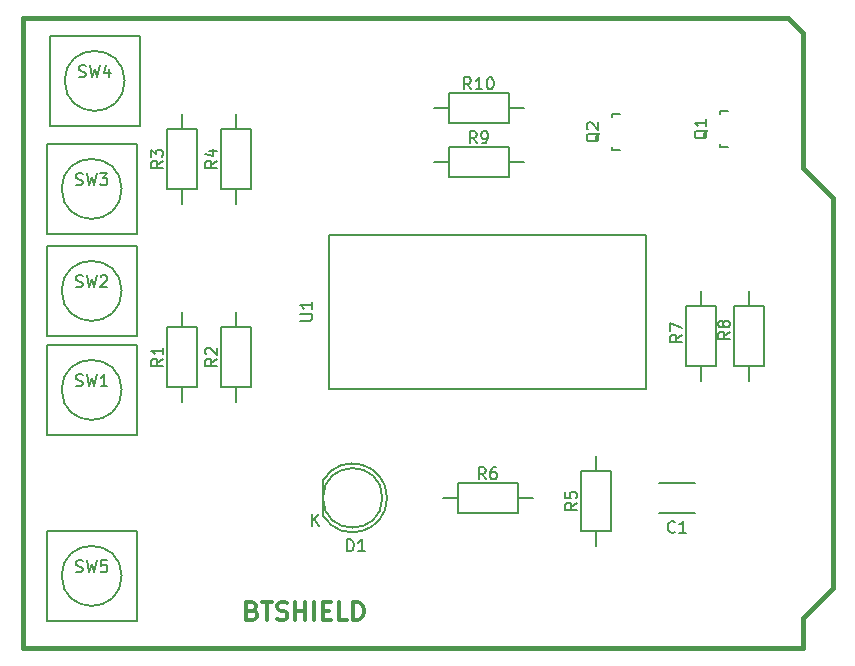
<source format=gbr>
G04 #@! TF.FileFunction,Legend,Top*
%FSLAX46Y46*%
G04 Gerber Fmt 4.6, Leading zero omitted, Abs format (unit mm)*
G04 Created by KiCad (PCBNEW (2015-07-26 BZR 5996)-product) date Thu 30 Jul 2015 12:27:07 AM EDT*
%MOMM*%
G01*
G04 APERTURE LIST*
%ADD10C,0.100000*%
%ADD11C,0.150000*%
%ADD12C,0.381000*%
%ADD13C,0.304800*%
G04 APERTURE END LIST*
D10*
D11*
X205482000Y-93960000D02*
X202482000Y-93960000D01*
X202482000Y-91460000D02*
X205482000Y-91460000D01*
X174045112Y-94234904D02*
G75*
G03X174030000Y-91210000I2484888J1524904D01*
G01*
X174030000Y-94210000D02*
X174030000Y-91210000D01*
X179047936Y-92710000D02*
G75*
G03X179047936Y-92710000I-2517936J0D01*
G01*
X207629760Y-60168840D02*
X207629760Y-60217100D01*
X208330800Y-62967820D02*
X207629760Y-62967820D01*
X207629760Y-62967820D02*
X207629760Y-62718900D01*
X207629760Y-60168840D02*
X207629760Y-59968180D01*
X207629760Y-59968180D02*
X208330800Y-59968180D01*
X198485760Y-60422840D02*
X198485760Y-60471100D01*
X199186800Y-63221820D02*
X198485760Y-63221820D01*
X198485760Y-63221820D02*
X198485760Y-62972900D01*
X198485760Y-60422840D02*
X198485760Y-60222180D01*
X198485760Y-60222180D02*
X199186800Y-60222180D01*
X163322000Y-78232000D02*
X163322000Y-83312000D01*
X163322000Y-83312000D02*
X160782000Y-83312000D01*
X160782000Y-83312000D02*
X160782000Y-78232000D01*
X160782000Y-78232000D02*
X163322000Y-78232000D01*
X162052000Y-78232000D02*
X162052000Y-76962000D01*
X162052000Y-83312000D02*
X162052000Y-84582000D01*
X167894000Y-78232000D02*
X167894000Y-83312000D01*
X167894000Y-83312000D02*
X165354000Y-83312000D01*
X165354000Y-83312000D02*
X165354000Y-78232000D01*
X165354000Y-78232000D02*
X167894000Y-78232000D01*
X166624000Y-78232000D02*
X166624000Y-76962000D01*
X166624000Y-83312000D02*
X166624000Y-84582000D01*
X163322000Y-61468000D02*
X163322000Y-66548000D01*
X163322000Y-66548000D02*
X160782000Y-66548000D01*
X160782000Y-66548000D02*
X160782000Y-61468000D01*
X160782000Y-61468000D02*
X163322000Y-61468000D01*
X162052000Y-61468000D02*
X162052000Y-60198000D01*
X162052000Y-66548000D02*
X162052000Y-67818000D01*
X167894000Y-61468000D02*
X167894000Y-66548000D01*
X167894000Y-66548000D02*
X165354000Y-66548000D01*
X165354000Y-66548000D02*
X165354000Y-61468000D01*
X165354000Y-61468000D02*
X167894000Y-61468000D01*
X166624000Y-61468000D02*
X166624000Y-60198000D01*
X166624000Y-66548000D02*
X166624000Y-67818000D01*
X195834000Y-95504000D02*
X195834000Y-90424000D01*
X195834000Y-90424000D02*
X198374000Y-90424000D01*
X198374000Y-90424000D02*
X198374000Y-95504000D01*
X198374000Y-95504000D02*
X195834000Y-95504000D01*
X197104000Y-95504000D02*
X197104000Y-96774000D01*
X197104000Y-90424000D02*
X197104000Y-89154000D01*
X190500000Y-93980000D02*
X185420000Y-93980000D01*
X185420000Y-93980000D02*
X185420000Y-91440000D01*
X185420000Y-91440000D02*
X190500000Y-91440000D01*
X190500000Y-91440000D02*
X190500000Y-93980000D01*
X190500000Y-92710000D02*
X191770000Y-92710000D01*
X185420000Y-92710000D02*
X184150000Y-92710000D01*
X204724000Y-81534000D02*
X204724000Y-76454000D01*
X204724000Y-76454000D02*
X207264000Y-76454000D01*
X207264000Y-76454000D02*
X207264000Y-81534000D01*
X207264000Y-81534000D02*
X204724000Y-81534000D01*
X205994000Y-81534000D02*
X205994000Y-82804000D01*
X205994000Y-76454000D02*
X205994000Y-75184000D01*
X208788000Y-81534000D02*
X208788000Y-76454000D01*
X208788000Y-76454000D02*
X211328000Y-76454000D01*
X211328000Y-76454000D02*
X211328000Y-81534000D01*
X211328000Y-81534000D02*
X208788000Y-81534000D01*
X210058000Y-81534000D02*
X210058000Y-82804000D01*
X210058000Y-76454000D02*
X210058000Y-75184000D01*
X184658000Y-62992000D02*
X189738000Y-62992000D01*
X189738000Y-62992000D02*
X189738000Y-65532000D01*
X189738000Y-65532000D02*
X184658000Y-65532000D01*
X184658000Y-65532000D02*
X184658000Y-62992000D01*
X184658000Y-64262000D02*
X183388000Y-64262000D01*
X189738000Y-64262000D02*
X191008000Y-64262000D01*
X184658000Y-58420000D02*
X189738000Y-58420000D01*
X189738000Y-58420000D02*
X189738000Y-60960000D01*
X189738000Y-60960000D02*
X184658000Y-60960000D01*
X184658000Y-60960000D02*
X184658000Y-58420000D01*
X184658000Y-59690000D02*
X183388000Y-59690000D01*
X189738000Y-59690000D02*
X191008000Y-59690000D01*
X156972000Y-83566000D02*
G75*
G03X156972000Y-83566000I-2540000J0D01*
G01*
X150622000Y-79756000D02*
X158242000Y-79756000D01*
X158242000Y-79756000D02*
X158242000Y-87376000D01*
X158242000Y-87376000D02*
X150622000Y-87376000D01*
X150622000Y-79756000D02*
X150622000Y-87376000D01*
X156972000Y-75184000D02*
G75*
G03X156972000Y-75184000I-2540000J0D01*
G01*
X150622000Y-71374000D02*
X158242000Y-71374000D01*
X158242000Y-71374000D02*
X158242000Y-78994000D01*
X158242000Y-78994000D02*
X150622000Y-78994000D01*
X150622000Y-71374000D02*
X150622000Y-78994000D01*
X156972000Y-66548000D02*
G75*
G03X156972000Y-66548000I-2540000J0D01*
G01*
X150622000Y-62738000D02*
X158242000Y-62738000D01*
X158242000Y-62738000D02*
X158242000Y-70358000D01*
X158242000Y-70358000D02*
X150622000Y-70358000D01*
X150622000Y-62738000D02*
X150622000Y-70358000D01*
X157226000Y-57404000D02*
G75*
G03X157226000Y-57404000I-2540000J0D01*
G01*
X150876000Y-53594000D02*
X158496000Y-53594000D01*
X158496000Y-53594000D02*
X158496000Y-61214000D01*
X158496000Y-61214000D02*
X150876000Y-61214000D01*
X150876000Y-53594000D02*
X150876000Y-61214000D01*
X156972000Y-99314000D02*
G75*
G03X156972000Y-99314000I-2540000J0D01*
G01*
X150622000Y-95504000D02*
X158242000Y-95504000D01*
X158242000Y-95504000D02*
X158242000Y-103124000D01*
X158242000Y-103124000D02*
X150622000Y-103124000D01*
X150622000Y-95504000D02*
X150622000Y-103124000D01*
X201410000Y-70462000D02*
X201410000Y-83462000D01*
X201410000Y-83462000D02*
X174510000Y-83462000D01*
X174510000Y-83462000D02*
X174510000Y-70462000D01*
X174510000Y-70462000D02*
X201410000Y-70462000D01*
D12*
X214630000Y-64770000D02*
X214630000Y-53340000D01*
X214630000Y-53340000D02*
X213360000Y-52070000D01*
X213360000Y-52070000D02*
X148590000Y-52070000D01*
X214630000Y-105410000D02*
X148590000Y-105410000D01*
X148590000Y-105410000D02*
X148590000Y-52070000D01*
X214630000Y-64770000D02*
X217170000Y-67310000D01*
X217170000Y-67310000D02*
X217170000Y-100330000D01*
X217170000Y-100330000D02*
X214630000Y-102870000D01*
X214630000Y-102870000D02*
X214630000Y-105410000D01*
D11*
X203815334Y-95567143D02*
X203767715Y-95614762D01*
X203624858Y-95662381D01*
X203529620Y-95662381D01*
X203386762Y-95614762D01*
X203291524Y-95519524D01*
X203243905Y-95424286D01*
X203196286Y-95233810D01*
X203196286Y-95090952D01*
X203243905Y-94900476D01*
X203291524Y-94805238D01*
X203386762Y-94710000D01*
X203529620Y-94662381D01*
X203624858Y-94662381D01*
X203767715Y-94710000D01*
X203815334Y-94757619D01*
X204767715Y-95662381D02*
X204196286Y-95662381D01*
X204482000Y-95662381D02*
X204482000Y-94662381D01*
X204386762Y-94805238D01*
X204291524Y-94900476D01*
X204196286Y-94948095D01*
X176045905Y-97226381D02*
X176045905Y-96226381D01*
X176284000Y-96226381D01*
X176426858Y-96274000D01*
X176522096Y-96369238D01*
X176569715Y-96464476D01*
X176617334Y-96654952D01*
X176617334Y-96797810D01*
X176569715Y-96988286D01*
X176522096Y-97083524D01*
X176426858Y-97178762D01*
X176284000Y-97226381D01*
X176045905Y-97226381D01*
X177569715Y-97226381D02*
X176998286Y-97226381D01*
X177284000Y-97226381D02*
X177284000Y-96226381D01*
X177188762Y-96369238D01*
X177093524Y-96464476D01*
X176998286Y-96512095D01*
X173093095Y-95067381D02*
X173093095Y-94067381D01*
X173664524Y-95067381D02*
X173235952Y-94495952D01*
X173664524Y-94067381D02*
X173093095Y-94638810D01*
X206577619Y-61563238D02*
X206530000Y-61658476D01*
X206434762Y-61753714D01*
X206291905Y-61896571D01*
X206244286Y-61991810D01*
X206244286Y-62087048D01*
X206482381Y-62039429D02*
X206434762Y-62134667D01*
X206339524Y-62229905D01*
X206149048Y-62277524D01*
X205815714Y-62277524D01*
X205625238Y-62229905D01*
X205530000Y-62134667D01*
X205482381Y-62039429D01*
X205482381Y-61848952D01*
X205530000Y-61753714D01*
X205625238Y-61658476D01*
X205815714Y-61610857D01*
X206149048Y-61610857D01*
X206339524Y-61658476D01*
X206434762Y-61753714D01*
X206482381Y-61848952D01*
X206482381Y-62039429D01*
X206482381Y-60658476D02*
X206482381Y-61229905D01*
X206482381Y-60944191D02*
X205482381Y-60944191D01*
X205625238Y-61039429D01*
X205720476Y-61134667D01*
X205768095Y-61229905D01*
X197433619Y-61817238D02*
X197386000Y-61912476D01*
X197290762Y-62007714D01*
X197147905Y-62150571D01*
X197100286Y-62245810D01*
X197100286Y-62341048D01*
X197338381Y-62293429D02*
X197290762Y-62388667D01*
X197195524Y-62483905D01*
X197005048Y-62531524D01*
X196671714Y-62531524D01*
X196481238Y-62483905D01*
X196386000Y-62388667D01*
X196338381Y-62293429D01*
X196338381Y-62102952D01*
X196386000Y-62007714D01*
X196481238Y-61912476D01*
X196671714Y-61864857D01*
X197005048Y-61864857D01*
X197195524Y-61912476D01*
X197290762Y-62007714D01*
X197338381Y-62102952D01*
X197338381Y-62293429D01*
X196433619Y-61483905D02*
X196386000Y-61436286D01*
X196338381Y-61341048D01*
X196338381Y-61102952D01*
X196386000Y-61007714D01*
X196433619Y-60960095D01*
X196528857Y-60912476D01*
X196624095Y-60912476D01*
X196766952Y-60960095D01*
X197338381Y-61531524D01*
X197338381Y-60912476D01*
X160472381Y-80938666D02*
X159996190Y-81272000D01*
X160472381Y-81510095D02*
X159472381Y-81510095D01*
X159472381Y-81129142D01*
X159520000Y-81033904D01*
X159567619Y-80986285D01*
X159662857Y-80938666D01*
X159805714Y-80938666D01*
X159900952Y-80986285D01*
X159948571Y-81033904D01*
X159996190Y-81129142D01*
X159996190Y-81510095D01*
X160472381Y-79986285D02*
X160472381Y-80557714D01*
X160472381Y-80272000D02*
X159472381Y-80272000D01*
X159615238Y-80367238D01*
X159710476Y-80462476D01*
X159758095Y-80557714D01*
X165044381Y-80938666D02*
X164568190Y-81272000D01*
X165044381Y-81510095D02*
X164044381Y-81510095D01*
X164044381Y-81129142D01*
X164092000Y-81033904D01*
X164139619Y-80986285D01*
X164234857Y-80938666D01*
X164377714Y-80938666D01*
X164472952Y-80986285D01*
X164520571Y-81033904D01*
X164568190Y-81129142D01*
X164568190Y-81510095D01*
X164139619Y-80557714D02*
X164092000Y-80510095D01*
X164044381Y-80414857D01*
X164044381Y-80176761D01*
X164092000Y-80081523D01*
X164139619Y-80033904D01*
X164234857Y-79986285D01*
X164330095Y-79986285D01*
X164472952Y-80033904D01*
X165044381Y-80605333D01*
X165044381Y-79986285D01*
X160472381Y-64174666D02*
X159996190Y-64508000D01*
X160472381Y-64746095D02*
X159472381Y-64746095D01*
X159472381Y-64365142D01*
X159520000Y-64269904D01*
X159567619Y-64222285D01*
X159662857Y-64174666D01*
X159805714Y-64174666D01*
X159900952Y-64222285D01*
X159948571Y-64269904D01*
X159996190Y-64365142D01*
X159996190Y-64746095D01*
X159472381Y-63841333D02*
X159472381Y-63222285D01*
X159853333Y-63555619D01*
X159853333Y-63412761D01*
X159900952Y-63317523D01*
X159948571Y-63269904D01*
X160043810Y-63222285D01*
X160281905Y-63222285D01*
X160377143Y-63269904D01*
X160424762Y-63317523D01*
X160472381Y-63412761D01*
X160472381Y-63698476D01*
X160424762Y-63793714D01*
X160377143Y-63841333D01*
X165044381Y-64174666D02*
X164568190Y-64508000D01*
X165044381Y-64746095D02*
X164044381Y-64746095D01*
X164044381Y-64365142D01*
X164092000Y-64269904D01*
X164139619Y-64222285D01*
X164234857Y-64174666D01*
X164377714Y-64174666D01*
X164472952Y-64222285D01*
X164520571Y-64269904D01*
X164568190Y-64365142D01*
X164568190Y-64746095D01*
X164377714Y-63317523D02*
X165044381Y-63317523D01*
X163996762Y-63555619D02*
X164711048Y-63793714D01*
X164711048Y-63174666D01*
X195524381Y-93130666D02*
X195048190Y-93464000D01*
X195524381Y-93702095D02*
X194524381Y-93702095D01*
X194524381Y-93321142D01*
X194572000Y-93225904D01*
X194619619Y-93178285D01*
X194714857Y-93130666D01*
X194857714Y-93130666D01*
X194952952Y-93178285D01*
X195000571Y-93225904D01*
X195048190Y-93321142D01*
X195048190Y-93702095D01*
X194524381Y-92225904D02*
X194524381Y-92702095D01*
X195000571Y-92749714D01*
X194952952Y-92702095D01*
X194905333Y-92606857D01*
X194905333Y-92368761D01*
X194952952Y-92273523D01*
X195000571Y-92225904D01*
X195095810Y-92178285D01*
X195333905Y-92178285D01*
X195429143Y-92225904D01*
X195476762Y-92273523D01*
X195524381Y-92368761D01*
X195524381Y-92606857D01*
X195476762Y-92702095D01*
X195429143Y-92749714D01*
X187793334Y-91130381D02*
X187460000Y-90654190D01*
X187221905Y-91130381D02*
X187221905Y-90130381D01*
X187602858Y-90130381D01*
X187698096Y-90178000D01*
X187745715Y-90225619D01*
X187793334Y-90320857D01*
X187793334Y-90463714D01*
X187745715Y-90558952D01*
X187698096Y-90606571D01*
X187602858Y-90654190D01*
X187221905Y-90654190D01*
X188650477Y-90130381D02*
X188460000Y-90130381D01*
X188364762Y-90178000D01*
X188317143Y-90225619D01*
X188221905Y-90368476D01*
X188174286Y-90558952D01*
X188174286Y-90939905D01*
X188221905Y-91035143D01*
X188269524Y-91082762D01*
X188364762Y-91130381D01*
X188555239Y-91130381D01*
X188650477Y-91082762D01*
X188698096Y-91035143D01*
X188745715Y-90939905D01*
X188745715Y-90701810D01*
X188698096Y-90606571D01*
X188650477Y-90558952D01*
X188555239Y-90511333D01*
X188364762Y-90511333D01*
X188269524Y-90558952D01*
X188221905Y-90606571D01*
X188174286Y-90701810D01*
X204414381Y-78906666D02*
X203938190Y-79240000D01*
X204414381Y-79478095D02*
X203414381Y-79478095D01*
X203414381Y-79097142D01*
X203462000Y-79001904D01*
X203509619Y-78954285D01*
X203604857Y-78906666D01*
X203747714Y-78906666D01*
X203842952Y-78954285D01*
X203890571Y-79001904D01*
X203938190Y-79097142D01*
X203938190Y-79478095D01*
X203414381Y-78573333D02*
X203414381Y-77906666D01*
X204414381Y-78335238D01*
X208478381Y-78652666D02*
X208002190Y-78986000D01*
X208478381Y-79224095D02*
X207478381Y-79224095D01*
X207478381Y-78843142D01*
X207526000Y-78747904D01*
X207573619Y-78700285D01*
X207668857Y-78652666D01*
X207811714Y-78652666D01*
X207906952Y-78700285D01*
X207954571Y-78747904D01*
X208002190Y-78843142D01*
X208002190Y-79224095D01*
X207906952Y-78081238D02*
X207859333Y-78176476D01*
X207811714Y-78224095D01*
X207716476Y-78271714D01*
X207668857Y-78271714D01*
X207573619Y-78224095D01*
X207526000Y-78176476D01*
X207478381Y-78081238D01*
X207478381Y-77890761D01*
X207526000Y-77795523D01*
X207573619Y-77747904D01*
X207668857Y-77700285D01*
X207716476Y-77700285D01*
X207811714Y-77747904D01*
X207859333Y-77795523D01*
X207906952Y-77890761D01*
X207906952Y-78081238D01*
X207954571Y-78176476D01*
X208002190Y-78224095D01*
X208097429Y-78271714D01*
X208287905Y-78271714D01*
X208383143Y-78224095D01*
X208430762Y-78176476D01*
X208478381Y-78081238D01*
X208478381Y-77890761D01*
X208430762Y-77795523D01*
X208383143Y-77747904D01*
X208287905Y-77700285D01*
X208097429Y-77700285D01*
X208002190Y-77747904D01*
X207954571Y-77795523D01*
X207906952Y-77890761D01*
X187031334Y-62682381D02*
X186698000Y-62206190D01*
X186459905Y-62682381D02*
X186459905Y-61682381D01*
X186840858Y-61682381D01*
X186936096Y-61730000D01*
X186983715Y-61777619D01*
X187031334Y-61872857D01*
X187031334Y-62015714D01*
X186983715Y-62110952D01*
X186936096Y-62158571D01*
X186840858Y-62206190D01*
X186459905Y-62206190D01*
X187507524Y-62682381D02*
X187698000Y-62682381D01*
X187793239Y-62634762D01*
X187840858Y-62587143D01*
X187936096Y-62444286D01*
X187983715Y-62253810D01*
X187983715Y-61872857D01*
X187936096Y-61777619D01*
X187888477Y-61730000D01*
X187793239Y-61682381D01*
X187602762Y-61682381D01*
X187507524Y-61730000D01*
X187459905Y-61777619D01*
X187412286Y-61872857D01*
X187412286Y-62110952D01*
X187459905Y-62206190D01*
X187507524Y-62253810D01*
X187602762Y-62301429D01*
X187793239Y-62301429D01*
X187888477Y-62253810D01*
X187936096Y-62206190D01*
X187983715Y-62110952D01*
X186555143Y-58110381D02*
X186221809Y-57634190D01*
X185983714Y-58110381D02*
X185983714Y-57110381D01*
X186364667Y-57110381D01*
X186459905Y-57158000D01*
X186507524Y-57205619D01*
X186555143Y-57300857D01*
X186555143Y-57443714D01*
X186507524Y-57538952D01*
X186459905Y-57586571D01*
X186364667Y-57634190D01*
X185983714Y-57634190D01*
X187507524Y-58110381D02*
X186936095Y-58110381D01*
X187221809Y-58110381D02*
X187221809Y-57110381D01*
X187126571Y-57253238D01*
X187031333Y-57348476D01*
X186936095Y-57396095D01*
X188126571Y-57110381D02*
X188221810Y-57110381D01*
X188317048Y-57158000D01*
X188364667Y-57205619D01*
X188412286Y-57300857D01*
X188459905Y-57491333D01*
X188459905Y-57729429D01*
X188412286Y-57919905D01*
X188364667Y-58015143D01*
X188317048Y-58062762D01*
X188221810Y-58110381D01*
X188126571Y-58110381D01*
X188031333Y-58062762D01*
X187983714Y-58015143D01*
X187936095Y-57919905D01*
X187888476Y-57729429D01*
X187888476Y-57491333D01*
X187936095Y-57300857D01*
X187983714Y-57205619D01*
X188031333Y-57158000D01*
X188126571Y-57110381D01*
X153098667Y-83208762D02*
X153241524Y-83256381D01*
X153479620Y-83256381D01*
X153574858Y-83208762D01*
X153622477Y-83161143D01*
X153670096Y-83065905D01*
X153670096Y-82970667D01*
X153622477Y-82875429D01*
X153574858Y-82827810D01*
X153479620Y-82780190D01*
X153289143Y-82732571D01*
X153193905Y-82684952D01*
X153146286Y-82637333D01*
X153098667Y-82542095D01*
X153098667Y-82446857D01*
X153146286Y-82351619D01*
X153193905Y-82304000D01*
X153289143Y-82256381D01*
X153527239Y-82256381D01*
X153670096Y-82304000D01*
X154003429Y-82256381D02*
X154241524Y-83256381D01*
X154432001Y-82542095D01*
X154622477Y-83256381D01*
X154860572Y-82256381D01*
X155765334Y-83256381D02*
X155193905Y-83256381D01*
X155479619Y-83256381D02*
X155479619Y-82256381D01*
X155384381Y-82399238D01*
X155289143Y-82494476D01*
X155193905Y-82542095D01*
X153098667Y-74826762D02*
X153241524Y-74874381D01*
X153479620Y-74874381D01*
X153574858Y-74826762D01*
X153622477Y-74779143D01*
X153670096Y-74683905D01*
X153670096Y-74588667D01*
X153622477Y-74493429D01*
X153574858Y-74445810D01*
X153479620Y-74398190D01*
X153289143Y-74350571D01*
X153193905Y-74302952D01*
X153146286Y-74255333D01*
X153098667Y-74160095D01*
X153098667Y-74064857D01*
X153146286Y-73969619D01*
X153193905Y-73922000D01*
X153289143Y-73874381D01*
X153527239Y-73874381D01*
X153670096Y-73922000D01*
X154003429Y-73874381D02*
X154241524Y-74874381D01*
X154432001Y-74160095D01*
X154622477Y-74874381D01*
X154860572Y-73874381D01*
X155193905Y-73969619D02*
X155241524Y-73922000D01*
X155336762Y-73874381D01*
X155574858Y-73874381D01*
X155670096Y-73922000D01*
X155717715Y-73969619D01*
X155765334Y-74064857D01*
X155765334Y-74160095D01*
X155717715Y-74302952D01*
X155146286Y-74874381D01*
X155765334Y-74874381D01*
X153098667Y-66190762D02*
X153241524Y-66238381D01*
X153479620Y-66238381D01*
X153574858Y-66190762D01*
X153622477Y-66143143D01*
X153670096Y-66047905D01*
X153670096Y-65952667D01*
X153622477Y-65857429D01*
X153574858Y-65809810D01*
X153479620Y-65762190D01*
X153289143Y-65714571D01*
X153193905Y-65666952D01*
X153146286Y-65619333D01*
X153098667Y-65524095D01*
X153098667Y-65428857D01*
X153146286Y-65333619D01*
X153193905Y-65286000D01*
X153289143Y-65238381D01*
X153527239Y-65238381D01*
X153670096Y-65286000D01*
X154003429Y-65238381D02*
X154241524Y-66238381D01*
X154432001Y-65524095D01*
X154622477Y-66238381D01*
X154860572Y-65238381D01*
X155146286Y-65238381D02*
X155765334Y-65238381D01*
X155432000Y-65619333D01*
X155574858Y-65619333D01*
X155670096Y-65666952D01*
X155717715Y-65714571D01*
X155765334Y-65809810D01*
X155765334Y-66047905D01*
X155717715Y-66143143D01*
X155670096Y-66190762D01*
X155574858Y-66238381D01*
X155289143Y-66238381D01*
X155193905Y-66190762D01*
X155146286Y-66143143D01*
X153352667Y-57046762D02*
X153495524Y-57094381D01*
X153733620Y-57094381D01*
X153828858Y-57046762D01*
X153876477Y-56999143D01*
X153924096Y-56903905D01*
X153924096Y-56808667D01*
X153876477Y-56713429D01*
X153828858Y-56665810D01*
X153733620Y-56618190D01*
X153543143Y-56570571D01*
X153447905Y-56522952D01*
X153400286Y-56475333D01*
X153352667Y-56380095D01*
X153352667Y-56284857D01*
X153400286Y-56189619D01*
X153447905Y-56142000D01*
X153543143Y-56094381D01*
X153781239Y-56094381D01*
X153924096Y-56142000D01*
X154257429Y-56094381D02*
X154495524Y-57094381D01*
X154686001Y-56380095D01*
X154876477Y-57094381D01*
X155114572Y-56094381D01*
X155924096Y-56427714D02*
X155924096Y-57094381D01*
X155686000Y-56046762D02*
X155447905Y-56761048D01*
X156066953Y-56761048D01*
X153098667Y-98956762D02*
X153241524Y-99004381D01*
X153479620Y-99004381D01*
X153574858Y-98956762D01*
X153622477Y-98909143D01*
X153670096Y-98813905D01*
X153670096Y-98718667D01*
X153622477Y-98623429D01*
X153574858Y-98575810D01*
X153479620Y-98528190D01*
X153289143Y-98480571D01*
X153193905Y-98432952D01*
X153146286Y-98385333D01*
X153098667Y-98290095D01*
X153098667Y-98194857D01*
X153146286Y-98099619D01*
X153193905Y-98052000D01*
X153289143Y-98004381D01*
X153527239Y-98004381D01*
X153670096Y-98052000D01*
X154003429Y-98004381D02*
X154241524Y-99004381D01*
X154432001Y-98290095D01*
X154622477Y-99004381D01*
X154860572Y-98004381D01*
X155717715Y-98004381D02*
X155241524Y-98004381D01*
X155193905Y-98480571D01*
X155241524Y-98432952D01*
X155336762Y-98385333D01*
X155574858Y-98385333D01*
X155670096Y-98432952D01*
X155717715Y-98480571D01*
X155765334Y-98575810D01*
X155765334Y-98813905D01*
X155717715Y-98909143D01*
X155670096Y-98956762D01*
X155574858Y-99004381D01*
X155336762Y-99004381D01*
X155241524Y-98956762D01*
X155193905Y-98909143D01*
X172102381Y-77693905D02*
X172911905Y-77693905D01*
X173007143Y-77646286D01*
X173054762Y-77598667D01*
X173102381Y-77503429D01*
X173102381Y-77312952D01*
X173054762Y-77217714D01*
X173007143Y-77170095D01*
X172911905Y-77122476D01*
X172102381Y-77122476D01*
X173102381Y-76122476D02*
X173102381Y-76693905D01*
X173102381Y-76408191D02*
X172102381Y-76408191D01*
X172245238Y-76503429D01*
X172340476Y-76598667D01*
X172388095Y-76693905D01*
D13*
X168039143Y-102253143D02*
X168256857Y-102325714D01*
X168329429Y-102398286D01*
X168402000Y-102543429D01*
X168402000Y-102761143D01*
X168329429Y-102906286D01*
X168256857Y-102978857D01*
X168111715Y-103051429D01*
X167531143Y-103051429D01*
X167531143Y-101527429D01*
X168039143Y-101527429D01*
X168184286Y-101600000D01*
X168256857Y-101672571D01*
X168329429Y-101817714D01*
X168329429Y-101962857D01*
X168256857Y-102108000D01*
X168184286Y-102180571D01*
X168039143Y-102253143D01*
X167531143Y-102253143D01*
X168837429Y-101527429D02*
X169708286Y-101527429D01*
X169272857Y-103051429D02*
X169272857Y-101527429D01*
X170143715Y-102978857D02*
X170361429Y-103051429D01*
X170724286Y-103051429D01*
X170869429Y-102978857D01*
X170942000Y-102906286D01*
X171014572Y-102761143D01*
X171014572Y-102616000D01*
X170942000Y-102470857D01*
X170869429Y-102398286D01*
X170724286Y-102325714D01*
X170434000Y-102253143D01*
X170288858Y-102180571D01*
X170216286Y-102108000D01*
X170143715Y-101962857D01*
X170143715Y-101817714D01*
X170216286Y-101672571D01*
X170288858Y-101600000D01*
X170434000Y-101527429D01*
X170796858Y-101527429D01*
X171014572Y-101600000D01*
X171667715Y-103051429D02*
X171667715Y-101527429D01*
X171667715Y-102253143D02*
X172538572Y-102253143D01*
X172538572Y-103051429D02*
X172538572Y-101527429D01*
X173264286Y-103051429D02*
X173264286Y-101527429D01*
X173990000Y-102253143D02*
X174498000Y-102253143D01*
X174715714Y-103051429D02*
X173990000Y-103051429D01*
X173990000Y-101527429D01*
X174715714Y-101527429D01*
X176094571Y-103051429D02*
X175368857Y-103051429D01*
X175368857Y-101527429D01*
X176602571Y-103051429D02*
X176602571Y-101527429D01*
X176965428Y-101527429D01*
X177183143Y-101600000D01*
X177328285Y-101745143D01*
X177400857Y-101890286D01*
X177473428Y-102180571D01*
X177473428Y-102398286D01*
X177400857Y-102688571D01*
X177328285Y-102833714D01*
X177183143Y-102978857D01*
X176965428Y-103051429D01*
X176602571Y-103051429D01*
M02*

</source>
